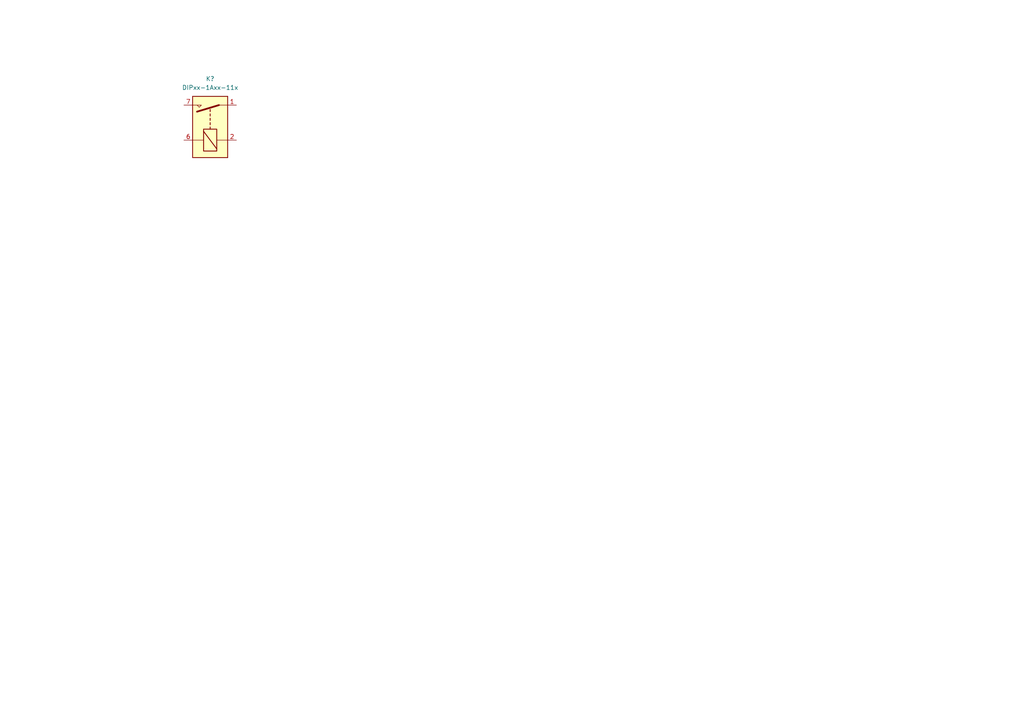
<source format=kicad_sch>
(kicad_sch (version 20211123) (generator eeschema)
  (paper "A4")
  (lib_symbols
    (symbol "Relay:DIPxx-1Axx-11x"
      (property "Reference" "K" (at 8.89 3.81 0))
      (property "Value" "DIPxx-1Axx-11x" (at 8.89 1.27 0))
      (symbol "DIPxx-1Axx-11x_0_0"
        (polyline (pts (xy 5.08 5.08) (xy 5.08 2.54) (xy 4.445 3.175) (xy 5.08 3.81)))
      )
      (symbol "DIPxx-1Axx-11x_0_1"
        (rectangle (start -10.16 5.08) (end 7.62 -5.08) (stroke (width 0.254)) (fill (type background)))
        (rectangle (start -8.255 1.905) (end -1.905 -1.905) (stroke (width 0.254)))
        (polyline (pts (xy -7.62 -1.905) (xy -2.54 1.905)) (stroke (width 0.254)))
        (polyline (pts (xy -5.08 -5.08) (xy -5.08 -1.905)))
        (polyline (pts (xy -5.08 5.08) (xy -5.08 1.905)))
        (polyline (pts (xy -1.905 0) (xy -1.27 0)) (stroke (width 0.254)))
        (polyline (pts (xy -0.635 0) (xy 0 0)) (stroke (width 0.254)))
        (polyline (pts (xy 0.635 0) (xy 1.27 0)) (stroke (width 0.254)))
        (polyline (pts (xy 1.905 0) (xy 2.54 0)) (stroke (width 0.254)))
        (polyline (pts (xy 3.175 0) (xy 3.81 0)) (stroke (width 0.254)))
        (polyline (pts (xy 5.08 -2.54) (xy 3.175 3.81)) (stroke (width 0.508)))
        (polyline (pts (xy 5.08 -2.54) (xy 5.08 -5.08)))
      )
      (symbol "DIPxx-1Axx-11x_1_1"
        (pin passive line (at 5.08 -7.62 90) (length 2.54) (name "~") (number "1"))
        (pin passive line (at 5.08 -7.62 90) (length 2.54) hide (name "~") (number "14"))
        (pin passive line (at -5.08 -7.62 90) (length 2.54) (name "~") (number "2"))
        (pin passive line (at -5.08 7.62 270) (length 2.54) (name "~") (number "6"))
        (pin passive line (at 5.08 7.62 270) (length 2.54) (name "~") (number "7"))
        (pin passive line (at 5.08 7.62 270) (length 2.54) hide (name "~") (number "8"))
      )
    )
  )
  (symbol (lib_id "Relay:DIPxx-1Axx-11x") (at 60.96 35.56 90) (unit 1)
    (property "Reference" "K?" (at 60.96 22.86 90))
    (property "Value" "DIPxx-1Axx-11x" (at 60.96 25.4 90))
    (property "Footprint" "Relay_THT:Relay_StandexMeder_DIP_LowProfile" (effects hide))
    (property "Datasheet" "https://standexelectronics.com/wp-content/uploads/datasheet_reed_relay_DIP.pdf" (effects hide))
  )
)
</source>
